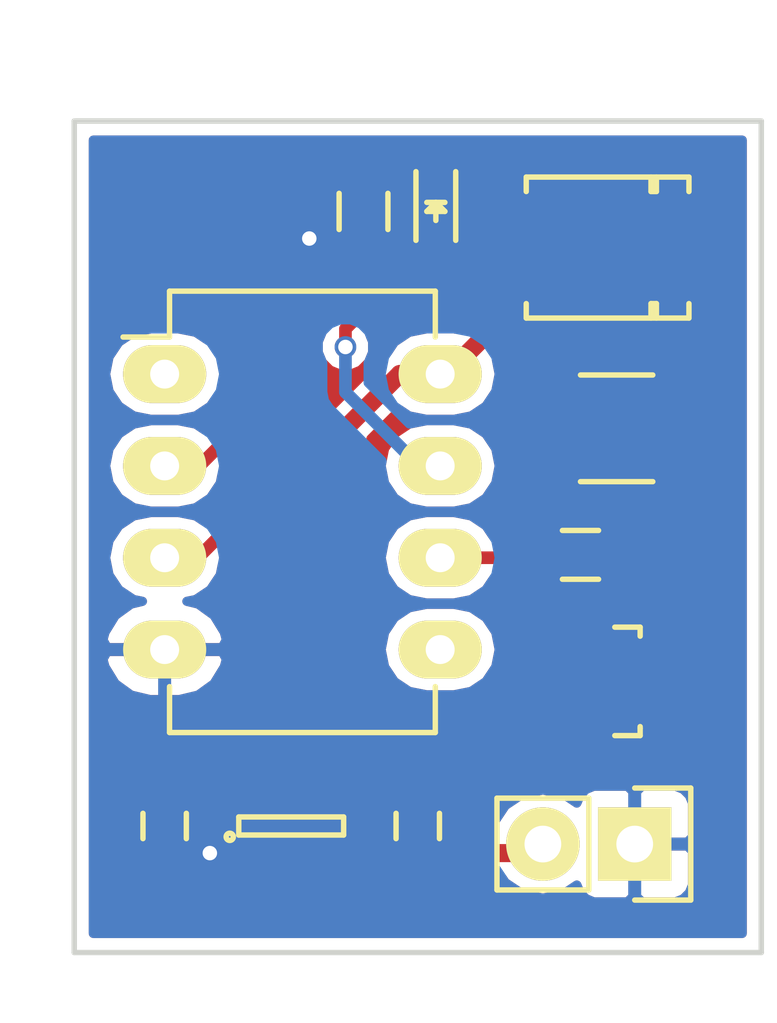
<source format=kicad_pcb>
(kicad_pcb (version 4) (host pcbnew 4.0.1-stable)

  (general
    (links 21)
    (no_connects 0)
    (area 99.924999 99.924999 119.075001 123.075001)
    (thickness 1.6)
    (drawings 4)
    (tracks 68)
    (zones 0)
    (modules 12)
    (nets 15)
  )

  (page A4)
  (layers
    (0 F.Cu signal)
    (31 B.Cu signal)
    (32 B.Adhes user)
    (33 F.Adhes user)
    (34 B.Paste user)
    (35 F.Paste user)
    (36 B.SilkS user)
    (37 F.SilkS user)
    (38 B.Mask user)
    (39 F.Mask user)
    (40 Dwgs.User user)
    (41 Cmts.User user)
    (42 Eco1.User user)
    (43 Eco2.User user)
    (44 Edge.Cuts user)
    (45 Margin user)
    (46 B.CrtYd user)
    (47 F.CrtYd user)
    (48 B.Fab user)
    (49 F.Fab user)
  )

  (setup
    (last_trace_width 0.35)
    (trace_clearance 0.2)
    (zone_clearance 0.325)
    (zone_45_only no)
    (trace_min 0.2)
    (segment_width 0.2)
    (edge_width 0.15)
    (via_size 0.6)
    (via_drill 0.4)
    (via_min_size 0.4)
    (via_min_drill 0.3)
    (uvia_size 0.3)
    (uvia_drill 0.1)
    (uvias_allowed no)
    (uvia_min_size 0.2)
    (uvia_min_drill 0.1)
    (pcb_text_width 0.3)
    (pcb_text_size 1.5 1.5)
    (mod_edge_width 0.15)
    (mod_text_size 1 1)
    (mod_text_width 0.15)
    (pad_size 1.524 1.524)
    (pad_drill 0.762)
    (pad_to_mask_clearance 0.2)
    (aux_axis_origin 0 0)
    (visible_elements 7FFEFFFF)
    (pcbplotparams
      (layerselection 0x00030_80000001)
      (usegerberextensions false)
      (excludeedgelayer true)
      (linewidth 0.100000)
      (plotframeref false)
      (viasonmask false)
      (mode 1)
      (useauxorigin false)
      (hpglpennumber 1)
      (hpglpenspeed 20)
      (hpglpendiameter 15)
      (hpglpenoverlay 2)
      (psnegative false)
      (psa4output false)
      (plotreference true)
      (plotvalue true)
      (plotinvisibletext false)
      (padsonsilk false)
      (subtractmaskfromsilk false)
      (outputformat 1)
      (mirror false)
      (drillshape 1)
      (scaleselection 1)
      (outputdirectory ""))
  )

  (net 0 "")
  (net 1 +5V)
  (net 2 "Net-(D1-Pad1)")
  (net 3 PB2)
  (net 4 PB1)
  (net 5 GND)
  (net 6 "Net-(IC1-Pad3)")
  (net 7 "Net-(IC1-Pad2)")
  (net 8 "Net-(Q1-Pad1)")
  (net 9 "Net-(Q1-Pad3)")
  (net 10 "Net-(C1-Pad1)")
  (net 11 PB0)
  (net 12 PB5)
  (net 13 "Net-(U1-Pad4)")
  (net 14 "Net-(D2-Pad1)")

  (net_class Default "This is the default net class."
    (clearance 0.2)
    (trace_width 0.35)
    (via_dia 0.6)
    (via_drill 0.4)
    (uvia_dia 0.3)
    (uvia_drill 0.1)
    (add_net GND)
    (add_net "Net-(D2-Pad1)")
    (add_net "Net-(IC1-Pad2)")
    (add_net "Net-(IC1-Pad3)")
    (add_net "Net-(Q1-Pad1)")
    (add_net "Net-(U1-Pad4)")
    (add_net PB0)
    (add_net PB1)
    (add_net PB2)
    (add_net PB5)
  )

  (net_class 5v ""
    (clearance 0.2)
    (trace_width 0.5)
    (via_dia 0.6)
    (via_drill 0.4)
    (uvia_dia 0.3)
    (uvia_drill 0.1)
    (add_net +5V)
  )

  (net_class d ""
    (clearance 0.2)
    (trace_width 0.5)
    (via_dia 0.6)
    (via_drill 0.4)
    (uvia_dia 0.3)
    (uvia_drill 0.1)
    (add_net "Net-(C1-Pad1)")
  )

  (net_class e ""
    (clearance 0.2)
    (trace_width 0.5)
    (via_dia 0.6)
    (via_drill 0.4)
    (uvia_dia 0.3)
    (uvia_drill 0.1)
    (add_net "Net-(D1-Pad1)")
    (add_net "Net-(Q1-Pad3)")
  )

  (net_class gndplane ""
    (clearance 0.1)
    (trace_width 0.25)
    (via_dia 0.6)
    (via_drill 0.4)
    (uvia_dia 0.3)
    (uvia_drill 0.1)
  )

  (module TO_SOT_Packages_SMD:SOT-23-5 (layer F.Cu) (tedit 57EF1933) (tstamp 57EF02C0)
    (at 106 119.5 90)
    (descr "5-pin SOT23 package")
    (tags SOT-23-5)
    (path /578DBE15)
    (attr smd)
    (fp_text reference U1 (at -0.05 -2.55 90) (layer F.SilkS) hide
      (effects (font (size 1 1) (thickness 0.15)))
    )
    (fp_text value "5.5v Reg" (at -0.05 2.35 90) (layer F.Fab)
      (effects (font (size 1 1) (thickness 0.15)))
    )
    (fp_line (start -1.8 -1.6) (end 1.8 -1.6) (layer F.CrtYd) (width 0.05))
    (fp_line (start 1.8 -1.6) (end 1.8 1.6) (layer F.CrtYd) (width 0.05))
    (fp_line (start 1.8 1.6) (end -1.8 1.6) (layer F.CrtYd) (width 0.05))
    (fp_line (start -1.8 1.6) (end -1.8 -1.6) (layer F.CrtYd) (width 0.05))
    (fp_circle (center -0.3 -1.7) (end -0.2 -1.7) (layer F.SilkS) (width 0.15))
    (fp_line (start 0.25 -1.45) (end -0.25 -1.45) (layer F.SilkS) (width 0.15))
    (fp_line (start 0.25 1.45) (end 0.25 -1.45) (layer F.SilkS) (width 0.15))
    (fp_line (start -0.25 1.45) (end 0.25 1.45) (layer F.SilkS) (width 0.15))
    (fp_line (start -0.25 -1.45) (end -0.25 1.45) (layer F.SilkS) (width 0.15))
    (pad 1 smd rect (at -1.1 -0.95 90) (size 1.06 0.65) (layers F.Cu F.Paste F.Mask)
      (net 10 "Net-(C1-Pad1)"))
    (pad 2 smd rect (at -1.1 0 90) (size 1.06 0.65) (layers F.Cu F.Paste F.Mask)
      (net 5 GND))
    (pad 3 smd rect (at -1.1 0.95 90) (size 1.06 0.65) (layers F.Cu F.Paste F.Mask)
      (net 10 "Net-(C1-Pad1)"))
    (pad 4 smd rect (at 1.1 0.95 90) (size 1.06 0.65) (layers F.Cu F.Paste F.Mask)
      (net 13 "Net-(U1-Pad4)"))
    (pad 5 smd rect (at 1.1 -0.95 90) (size 1.06 0.65) (layers F.Cu F.Paste F.Mask)
      (net 1 +5V))
    (model TO_SOT_Packages_SMD.3dshapes/SOT-23-5.wrl
      (at (xyz 0 0 0))
      (scale (xyz 1 1 1))
      (rotate (xyz 0 0 0))
    )
  )

  (module Diodes_SMD:DO-214BA (layer F.Cu) (tedit 57EF0F7D) (tstamp 57EF028A)
    (at 114.75 103.5 180)
    (descr "Microsemi LSM115J")
    (tags "DO-214BA diode")
    (path /57767E62)
    (attr smd)
    (fp_text reference D1 (at 0 -3 180) (layer F.SilkS) hide
      (effects (font (size 1 1) (thickness 0.15)))
    )
    (fp_text value LED (at 0 3 180) (layer F.Fab)
      (effects (font (size 1 1) (thickness 0.15)))
    )
    (fp_line (start -3 -2.25) (end 3 -2.25) (layer F.CrtYd) (width 0.05))
    (fp_line (start 3 -2.25) (end 3 2.25) (layer F.CrtYd) (width 0.05))
    (fp_line (start 3 2.25) (end -3 2.25) (layer F.CrtYd) (width 0.05))
    (fp_line (start -3 2.25) (end -3 -2.25) (layer F.CrtYd) (width 0.05))
    (fp_line (start -2.25 -1.95) (end -2.25 -1.55) (layer F.SilkS) (width 0.15))
    (fp_line (start -2.25 1.95) (end -2.25 1.55) (layer F.SilkS) (width 0.15))
    (fp_line (start 2.25 1.95) (end 2.25 1.55) (layer F.SilkS) (width 0.15))
    (fp_line (start 2.25 -1.95) (end 2.25 -1.55) (layer F.SilkS) (width 0.15))
    (fp_line (start -1.35 1.95) (end -1.35 1.55) (layer F.SilkS) (width 0.15))
    (fp_line (start -1.35 1.55) (end -1.2 1.55) (layer F.SilkS) (width 0.15))
    (fp_line (start -1.2 1.55) (end -1.2 1.95) (layer F.SilkS) (width 0.15))
    (fp_line (start -1.35 -1.95) (end -1.35 -1.55) (layer F.SilkS) (width 0.15))
    (fp_line (start -1.35 -1.55) (end -1.2 -1.55) (layer F.SilkS) (width 0.15))
    (fp_line (start -1.2 -1.55) (end -1.2 -1.95) (layer F.SilkS) (width 0.15))
    (fp_line (start -2.25 -1.95) (end 2.25 -1.95) (layer F.SilkS) (width 0.15))
    (fp_line (start 2.25 1.95) (end -2.25 1.95) (layer F.SilkS) (width 0.15))
    (pad 2 smd rect (at 1.7 0 180) (size 2 2.5) (layers F.Cu F.Paste F.Mask)
      (net 1 +5V))
    (pad 1 smd rect (at -1.7 0 180) (size 2 2.5) (layers F.Cu F.Paste F.Mask)
      (net 2 "Net-(D1-Pad1)"))
  )

  (module Housings_DIP:DIP-8_W7.62mm_LongPads (layer F.Cu) (tedit 57EF0F94) (tstamp 57EF0296)
    (at 102.5 107)
    (descr "8-lead dip package, row spacing 7.62 mm (300 mils), longer pads")
    (tags "dil dip 2.54 300")
    (path /57767CFC)
    (fp_text reference IC1 (at 0 -5.22) (layer F.SilkS) hide
      (effects (font (size 1 1) (thickness 0.15)))
    )
    (fp_text value ATTINY85-S (at 0 -3.72) (layer F.Fab)
      (effects (font (size 1 1) (thickness 0.15)))
    )
    (fp_line (start -1.4 -2.45) (end -1.4 10.1) (layer F.CrtYd) (width 0.05))
    (fp_line (start 9 -2.45) (end 9 10.1) (layer F.CrtYd) (width 0.05))
    (fp_line (start -1.4 -2.45) (end 9 -2.45) (layer F.CrtYd) (width 0.05))
    (fp_line (start -1.4 10.1) (end 9 10.1) (layer F.CrtYd) (width 0.05))
    (fp_line (start 0.135 -2.295) (end 0.135 -1.025) (layer F.SilkS) (width 0.15))
    (fp_line (start 7.485 -2.295) (end 7.485 -1.025) (layer F.SilkS) (width 0.15))
    (fp_line (start 7.485 9.915) (end 7.485 8.645) (layer F.SilkS) (width 0.15))
    (fp_line (start 0.135 9.915) (end 0.135 8.645) (layer F.SilkS) (width 0.15))
    (fp_line (start 0.135 -2.295) (end 7.485 -2.295) (layer F.SilkS) (width 0.15))
    (fp_line (start 0.135 9.915) (end 7.485 9.915) (layer F.SilkS) (width 0.15))
    (fp_line (start 0.135 -1.025) (end -1.15 -1.025) (layer F.SilkS) (width 0.15))
    (pad 1 thru_hole oval (at 0 0) (size 2.3 1.6) (drill 0.8) (layers *.Cu *.Mask F.SilkS)
      (net 12 PB5))
    (pad 2 thru_hole oval (at 0 2.54) (size 2.3 1.6) (drill 0.8) (layers *.Cu *.Mask F.SilkS)
      (net 7 "Net-(IC1-Pad2)"))
    (pad 3 thru_hole oval (at 0 5.08) (size 2.3 1.6) (drill 0.8) (layers *.Cu *.Mask F.SilkS)
      (net 6 "Net-(IC1-Pad3)"))
    (pad 4 thru_hole oval (at 0 7.62) (size 2.3 1.6) (drill 0.8) (layers *.Cu *.Mask F.SilkS)
      (net 5 GND))
    (pad 5 thru_hole oval (at 7.62 7.62) (size 2.3 1.6) (drill 0.8) (layers *.Cu *.Mask F.SilkS)
      (net 11 PB0))
    (pad 6 thru_hole oval (at 7.62 5.08) (size 2.3 1.6) (drill 0.8) (layers *.Cu *.Mask F.SilkS)
      (net 4 PB1))
    (pad 7 thru_hole oval (at 7.62 2.54) (size 2.3 1.6) (drill 0.8) (layers *.Cu *.Mask F.SilkS)
      (net 3 PB2))
    (pad 8 thru_hole oval (at 7.62 0) (size 2.3 1.6) (drill 0.8) (layers *.Cu *.Mask F.SilkS)
      (net 1 +5V))
    (model Housings_DIP.3dshapes/DIP-8_W7.62mm_LongPads.wrl
      (at (xyz 0 0 0))
      (scale (xyz 1 1 1))
      (rotate (xyz 0 0 0))
    )
  )

  (module Pin_Headers:Pin_Header_Straight_1x02 (layer F.Cu) (tedit 57EF0F54) (tstamp 57EF029C)
    (at 115.5 120 270)
    (descr "Through hole pin header")
    (tags "pin header")
    (path /5776943D)
    (fp_text reference P1 (at 0 -2.5 270) (layer F.SilkS) hide
      (effects (font (size 1 1) (thickness 0.15)))
    )
    (fp_text value CONN_01X02 (at 0 -3.1 270) (layer F.Fab)
      (effects (font (size 1 1) (thickness 0.15)))
    )
    (fp_line (start 1.27 1.27) (end 1.27 3.81) (layer F.SilkS) (width 0.15))
    (fp_line (start 1.55 -1.55) (end 1.55 0) (layer F.SilkS) (width 0.15))
    (fp_line (start -1.75 -1.75) (end -1.75 4.3) (layer F.CrtYd) (width 0.05))
    (fp_line (start 1.75 -1.75) (end 1.75 4.3) (layer F.CrtYd) (width 0.05))
    (fp_line (start -1.75 -1.75) (end 1.75 -1.75) (layer F.CrtYd) (width 0.05))
    (fp_line (start -1.75 4.3) (end 1.75 4.3) (layer F.CrtYd) (width 0.05))
    (fp_line (start 1.27 1.27) (end -1.27 1.27) (layer F.SilkS) (width 0.15))
    (fp_line (start -1.55 0) (end -1.55 -1.55) (layer F.SilkS) (width 0.15))
    (fp_line (start -1.55 -1.55) (end 1.55 -1.55) (layer F.SilkS) (width 0.15))
    (fp_line (start -1.27 1.27) (end -1.27 3.81) (layer F.SilkS) (width 0.15))
    (fp_line (start -1.27 3.81) (end 1.27 3.81) (layer F.SilkS) (width 0.15))
    (pad 1 thru_hole rect (at 0 0 270) (size 2.032 2.032) (drill 1.016) (layers *.Cu *.Mask F.SilkS)
      (net 5 GND))
    (pad 2 thru_hole oval (at 0 2.54 270) (size 2.032 2.032) (drill 1.016) (layers *.Cu *.Mask F.SilkS)
      (net 10 "Net-(C1-Pad1)"))
    (model Pin_Headers.3dshapes/Pin_Header_Straight_1x02.wrl
      (at (xyz 0 -0.05 0))
      (scale (xyz 1 1 1))
      (rotate (xyz 0 0 90))
    )
  )

  (module TO_SOT_Packages_SMD:SOT-23 (layer F.Cu) (tedit 57EF0F76) (tstamp 57EF02AB)
    (at 115 115.5 270)
    (descr "SOT-23, Standard")
    (tags SOT-23)
    (path /57767F40)
    (attr smd)
    (fp_text reference Q1 (at 0 -2.25 270) (layer F.SilkS) hide
      (effects (font (size 1 1) (thickness 0.15)))
    )
    (fp_text value NMOS (at 0 2.3 270) (layer F.Fab)
      (effects (font (size 1 1) (thickness 0.15)))
    )
    (fp_line (start -1.65 -1.6) (end 1.65 -1.6) (layer F.CrtYd) (width 0.05))
    (fp_line (start 1.65 -1.6) (end 1.65 1.6) (layer F.CrtYd) (width 0.05))
    (fp_line (start 1.65 1.6) (end -1.65 1.6) (layer F.CrtYd) (width 0.05))
    (fp_line (start -1.65 1.6) (end -1.65 -1.6) (layer F.CrtYd) (width 0.05))
    (fp_line (start 1.29916 -0.65024) (end 1.2509 -0.65024) (layer F.SilkS) (width 0.15))
    (fp_line (start -1.49982 0.0508) (end -1.49982 -0.65024) (layer F.SilkS) (width 0.15))
    (fp_line (start -1.49982 -0.65024) (end -1.2509 -0.65024) (layer F.SilkS) (width 0.15))
    (fp_line (start 1.29916 -0.65024) (end 1.49982 -0.65024) (layer F.SilkS) (width 0.15))
    (fp_line (start 1.49982 -0.65024) (end 1.49982 0.0508) (layer F.SilkS) (width 0.15))
    (pad 1 smd rect (at -0.95 1.00076 270) (size 0.8001 0.8001) (layers F.Cu F.Paste F.Mask)
      (net 8 "Net-(Q1-Pad1)"))
    (pad 2 smd rect (at 0.95 1.00076 270) (size 0.8001 0.8001) (layers F.Cu F.Paste F.Mask)
      (net 5 GND))
    (pad 3 smd rect (at 0 -0.99822 270) (size 0.8001 0.8001) (layers F.Cu F.Paste F.Mask)
      (net 9 "Net-(Q1-Pad3)"))
    (model TO_SOT_Packages_SMD.3dshapes/SOT-23.wrl
      (at (xyz 0 0 0))
      (scale (xyz 1 1 1))
      (rotate (xyz 0 0 0))
    )
  )

  (module myResonatorLib:myResonator (layer F.Cu) (tedit 57EF0F8F) (tstamp 57EF02C7)
    (at 104 102.5)
    (path /57768644)
    (fp_text reference X1 (at 3 0) (layer F.SilkS) hide
      (effects (font (size 1 1) (thickness 0.15)))
    )
    (fp_text value CRYSTAL_SMD (at 0 -5) (layer F.Fab)
      (effects (font (size 1 1) (thickness 0.15)))
    )
    (pad 2 smd rect (at 1.2 0) (size 0.4 2) (layers F.Cu F.Paste F.Mask)
      (net 6 "Net-(IC1-Pad3)"))
    (pad 3 smd rect (at 0 0) (size 0.4 2) (layers F.Cu F.Paste F.Mask)
      (net 5 GND))
    (pad 1 smd rect (at -1.2 0) (size 0.4 2) (layers F.Cu F.Paste F.Mask)
      (net 7 "Net-(IC1-Pad2)"))
  )

  (module Resistors_SMD:R_1210 (layer F.Cu) (tedit 57EF0F84) (tstamp 57EF09B1)
    (at 115 108.5)
    (descr "Resistor SMD 1210, reflow soldering, Vishay (see dcrcw.pdf)")
    (tags "resistor 1210")
    (path /57767FD1)
    (attr smd)
    (fp_text reference R2 (at 0 -2.7) (layer F.SilkS) hide
      (effects (font (size 1 1) (thickness 0.15)))
    )
    (fp_text value 100 (at 0 2.7) (layer F.Fab)
      (effects (font (size 1 1) (thickness 0.15)))
    )
    (fp_line (start -2.2 -1.6) (end 2.2 -1.6) (layer F.CrtYd) (width 0.05))
    (fp_line (start -2.2 1.6) (end 2.2 1.6) (layer F.CrtYd) (width 0.05))
    (fp_line (start -2.2 -1.6) (end -2.2 1.6) (layer F.CrtYd) (width 0.05))
    (fp_line (start 2.2 -1.6) (end 2.2 1.6) (layer F.CrtYd) (width 0.05))
    (fp_line (start 1 1.475) (end -1 1.475) (layer F.SilkS) (width 0.15))
    (fp_line (start -1 -1.475) (end 1 -1.475) (layer F.SilkS) (width 0.15))
    (pad 1 smd rect (at -1.45 0) (size 0.9 2.5) (layers F.Cu F.Paste F.Mask)
      (net 2 "Net-(D1-Pad1)"))
    (pad 2 smd rect (at 1.45 0) (size 0.9 2.5) (layers F.Cu F.Paste F.Mask)
      (net 9 "Net-(Q1-Pad3)"))
    (model Resistors_SMD.3dshapes/R_1210.wrl
      (at (xyz 0 0 0))
      (scale (xyz 1 1 1))
      (rotate (xyz 0 0 0))
    )
  )

  (module Capacitors_SMD:C_0603 (layer F.Cu) (tedit 57EF192E) (tstamp 57EF153A)
    (at 109.5 119.5 90)
    (descr "Capacitor SMD 0603, reflow soldering, AVX (see smccp.pdf)")
    (tags "capacitor 0603")
    (path /5776A425)
    (attr smd)
    (fp_text reference C1 (at 0 -1.9 90) (layer F.SilkS) hide
      (effects (font (size 1 1) (thickness 0.15)))
    )
    (fp_text value .1u (at 0 1.9 90) (layer F.Fab)
      (effects (font (size 1 1) (thickness 0.15)))
    )
    (fp_line (start -0.8 0.4) (end -0.8 -0.4) (layer F.Fab) (width 0.15))
    (fp_line (start 0.8 0.4) (end -0.8 0.4) (layer F.Fab) (width 0.15))
    (fp_line (start 0.8 -0.4) (end 0.8 0.4) (layer F.Fab) (width 0.15))
    (fp_line (start -0.8 -0.4) (end 0.8 -0.4) (layer F.Fab) (width 0.15))
    (fp_line (start -1.45 -0.75) (end 1.45 -0.75) (layer F.CrtYd) (width 0.05))
    (fp_line (start -1.45 0.75) (end 1.45 0.75) (layer F.CrtYd) (width 0.05))
    (fp_line (start -1.45 -0.75) (end -1.45 0.75) (layer F.CrtYd) (width 0.05))
    (fp_line (start 1.45 -0.75) (end 1.45 0.75) (layer F.CrtYd) (width 0.05))
    (fp_line (start -0.35 -0.6) (end 0.35 -0.6) (layer F.SilkS) (width 0.15))
    (fp_line (start 0.35 0.6) (end -0.35 0.6) (layer F.SilkS) (width 0.15))
    (pad 1 smd rect (at -0.75 0 90) (size 0.8 0.75) (layers F.Cu F.Paste F.Mask)
      (net 10 "Net-(C1-Pad1)"))
    (pad 2 smd rect (at 0.75 0 90) (size 0.8 0.75) (layers F.Cu F.Paste F.Mask)
      (net 5 GND))
    (model Capacitors_SMD.3dshapes/C_0603.wrl
      (at (xyz 0 0 0))
      (scale (xyz 1 1 1))
      (rotate (xyz 0 0 0))
    )
  )

  (module Capacitors_SMD:C_0603 (layer F.Cu) (tedit 57EF193A) (tstamp 57EF1540)
    (at 102.5 119.5 270)
    (descr "Capacitor SMD 0603, reflow soldering, AVX (see smccp.pdf)")
    (tags "capacitor 0603")
    (path /578DC68D)
    (attr smd)
    (fp_text reference C2 (at 0 -1.9 270) (layer F.SilkS) hide
      (effects (font (size 1 1) (thickness 0.15)))
    )
    (fp_text value .1u (at 0 1.9 270) (layer F.Fab)
      (effects (font (size 1 1) (thickness 0.15)))
    )
    (fp_line (start -0.8 0.4) (end -0.8 -0.4) (layer F.Fab) (width 0.15))
    (fp_line (start 0.8 0.4) (end -0.8 0.4) (layer F.Fab) (width 0.15))
    (fp_line (start 0.8 -0.4) (end 0.8 0.4) (layer F.Fab) (width 0.15))
    (fp_line (start -0.8 -0.4) (end 0.8 -0.4) (layer F.Fab) (width 0.15))
    (fp_line (start -1.45 -0.75) (end 1.45 -0.75) (layer F.CrtYd) (width 0.05))
    (fp_line (start -1.45 0.75) (end 1.45 0.75) (layer F.CrtYd) (width 0.05))
    (fp_line (start -1.45 -0.75) (end -1.45 0.75) (layer F.CrtYd) (width 0.05))
    (fp_line (start 1.45 -0.75) (end 1.45 0.75) (layer F.CrtYd) (width 0.05))
    (fp_line (start -0.35 -0.6) (end 0.35 -0.6) (layer F.SilkS) (width 0.15))
    (fp_line (start 0.35 0.6) (end -0.35 0.6) (layer F.SilkS) (width 0.15))
    (pad 1 smd rect (at -0.75 0 270) (size 0.8 0.75) (layers F.Cu F.Paste F.Mask)
      (net 1 +5V))
    (pad 2 smd rect (at 0.75 0 270) (size 0.8 0.75) (layers F.Cu F.Paste F.Mask)
      (net 5 GND))
    (model Capacitors_SMD.3dshapes/C_0603.wrl
      (at (xyz 0 0 0))
      (scale (xyz 1 1 1))
      (rotate (xyz 0 0 0))
    )
  )

  (module LEDs:LED_0603 (layer F.Cu) (tedit 57EF1911) (tstamp 57EF1546)
    (at 110 102.5 270)
    (descr "LED 0603 smd package")
    (tags "LED led 0603 SMD smd SMT smt smdled SMDLED smtled SMTLED")
    (path /57EF15D7)
    (attr smd)
    (fp_text reference D2 (at 0 -1.5 270) (layer F.SilkS) hide
      (effects (font (size 1 1) (thickness 0.15)))
    )
    (fp_text value LED (at 0 1.5 270) (layer F.Fab)
      (effects (font (size 1 1) (thickness 0.15)))
    )
    (fp_line (start -0.3 -0.2) (end -0.3 0.2) (layer F.Fab) (width 0.15))
    (fp_line (start -0.2 0) (end 0.1 -0.2) (layer F.Fab) (width 0.15))
    (fp_line (start 0.1 0.2) (end -0.2 0) (layer F.Fab) (width 0.15))
    (fp_line (start 0.1 -0.2) (end 0.1 0.2) (layer F.Fab) (width 0.15))
    (fp_line (start 0.8 0.4) (end -0.8 0.4) (layer F.Fab) (width 0.15))
    (fp_line (start 0.8 -0.4) (end 0.8 0.4) (layer F.Fab) (width 0.15))
    (fp_line (start -0.8 -0.4) (end 0.8 -0.4) (layer F.Fab) (width 0.15))
    (fp_line (start -0.8 0.4) (end -0.8 -0.4) (layer F.Fab) (width 0.15))
    (fp_line (start -1.1 0.55) (end 0.8 0.55) (layer F.SilkS) (width 0.15))
    (fp_line (start -1.1 -0.55) (end 0.8 -0.55) (layer F.SilkS) (width 0.15))
    (fp_line (start -0.2 0) (end 0.25 0) (layer F.SilkS) (width 0.15))
    (fp_line (start -0.25 -0.25) (end -0.25 0.25) (layer F.SilkS) (width 0.15))
    (fp_line (start -0.25 0) (end 0 -0.25) (layer F.SilkS) (width 0.15))
    (fp_line (start 0 -0.25) (end 0 0.25) (layer F.SilkS) (width 0.15))
    (fp_line (start 0 0.25) (end -0.25 0) (layer F.SilkS) (width 0.15))
    (fp_line (start 1.4 -0.75) (end 1.4 0.75) (layer F.CrtYd) (width 0.05))
    (fp_line (start 1.4 0.75) (end -1.4 0.75) (layer F.CrtYd) (width 0.05))
    (fp_line (start -1.4 0.75) (end -1.4 -0.75) (layer F.CrtYd) (width 0.05))
    (fp_line (start -1.4 -0.75) (end 1.4 -0.75) (layer F.CrtYd) (width 0.05))
    (pad 2 smd rect (at 0.7493 0 90) (size 0.79756 0.79756) (layers F.Cu F.Paste F.Mask)
      (net 3 PB2))
    (pad 1 smd rect (at -0.7493 0 90) (size 0.79756 0.79756) (layers F.Cu F.Paste F.Mask)
      (net 14 "Net-(D2-Pad1)"))
    (model LEDs.3dshapes/LED_0603.wrl
      (at (xyz 0 0 0))
      (scale (xyz 1 1 1))
      (rotate (xyz 0 0 180))
    )
  )

  (module Resistors_SMD:R_0603 (layer F.Cu) (tedit 57EF1926) (tstamp 57EF154C)
    (at 114 112)
    (descr "Resistor SMD 0603, reflow soldering, Vishay (see dcrcw.pdf)")
    (tags "resistor 0603")
    (path /57768AA8)
    (attr smd)
    (fp_text reference R1 (at 0 -1.9) (layer F.SilkS) hide
      (effects (font (size 1 1) (thickness 0.15)))
    )
    (fp_text value 470 (at 0 1.9) (layer F.Fab)
      (effects (font (size 1 1) (thickness 0.15)))
    )
    (fp_line (start -1.3 -0.8) (end 1.3 -0.8) (layer F.CrtYd) (width 0.05))
    (fp_line (start -1.3 0.8) (end 1.3 0.8) (layer F.CrtYd) (width 0.05))
    (fp_line (start -1.3 -0.8) (end -1.3 0.8) (layer F.CrtYd) (width 0.05))
    (fp_line (start 1.3 -0.8) (end 1.3 0.8) (layer F.CrtYd) (width 0.05))
    (fp_line (start 0.5 0.675) (end -0.5 0.675) (layer F.SilkS) (width 0.15))
    (fp_line (start -0.5 -0.675) (end 0.5 -0.675) (layer F.SilkS) (width 0.15))
    (pad 1 smd rect (at -0.75 0) (size 0.5 0.9) (layers F.Cu F.Paste F.Mask)
      (net 4 PB1))
    (pad 2 smd rect (at 0.75 0) (size 0.5 0.9) (layers F.Cu F.Paste F.Mask)
      (net 8 "Net-(Q1-Pad1)"))
    (model Resistors_SMD.3dshapes/R_0603.wrl
      (at (xyz 0 0 0))
      (scale (xyz 1 1 1))
      (rotate (xyz 0 0 0))
    )
  )

  (module Resistors_SMD:R_0603 (layer F.Cu) (tedit 57EF1917) (tstamp 57EF1552)
    (at 108 102.5 270)
    (descr "Resistor SMD 0603, reflow soldering, Vishay (see dcrcw.pdf)")
    (tags "resistor 0603")
    (path /57EF17AB)
    (attr smd)
    (fp_text reference R3 (at 0 -1.9 270) (layer F.SilkS) hide
      (effects (font (size 1 1) (thickness 0.15)))
    )
    (fp_text value 470 (at 0 1.9 270) (layer F.Fab)
      (effects (font (size 1 1) (thickness 0.15)))
    )
    (fp_line (start -1.3 -0.8) (end 1.3 -0.8) (layer F.CrtYd) (width 0.05))
    (fp_line (start -1.3 0.8) (end 1.3 0.8) (layer F.CrtYd) (width 0.05))
    (fp_line (start -1.3 -0.8) (end -1.3 0.8) (layer F.CrtYd) (width 0.05))
    (fp_line (start 1.3 -0.8) (end 1.3 0.8) (layer F.CrtYd) (width 0.05))
    (fp_line (start 0.5 0.675) (end -0.5 0.675) (layer F.SilkS) (width 0.15))
    (fp_line (start -0.5 -0.675) (end 0.5 -0.675) (layer F.SilkS) (width 0.15))
    (pad 1 smd rect (at -0.75 0 270) (size 0.5 0.9) (layers F.Cu F.Paste F.Mask)
      (net 14 "Net-(D2-Pad1)"))
    (pad 2 smd rect (at 0.75 0 270) (size 0.5 0.9) (layers F.Cu F.Paste F.Mask)
      (net 5 GND))
    (model Resistors_SMD.3dshapes/R_0603.wrl
      (at (xyz 0 0 0))
      (scale (xyz 1 1 1))
      (rotate (xyz 0 0 0))
    )
  )

  (gr_line (start 119 123) (end 100 123) (angle 90) (layer Edge.Cuts) (width 0.15))
  (gr_line (start 119 100) (end 100 100) (angle 90) (layer Edge.Cuts) (width 0.15))
  (gr_line (start 119 100) (end 119 123) (angle 90) (layer Edge.Cuts) (width 0.15))
  (gr_line (start 100 123) (end 100 100) (angle 90) (layer Edge.Cuts) (width 0.15))

  (segment (start 110.12 107) (end 110.3 107) (width 0.5) (layer F.Cu) (net 1) (status 30))
  (segment (start 110.3 107) (end 113.3 104) (width 0.5) (layer F.Cu) (net 1) (tstamp 57EF1744) (status 30))
  (segment (start 102.5 118.75) (end 102.75 118.75) (width 0.5) (layer F.Cu) (net 1) (status 30))
  (segment (start 102.75 118.75) (end 103.1 118.4) (width 0.5) (layer F.Cu) (net 1) (tstamp 57EF15B2) (status 10))
  (segment (start 103.1 118.4) (end 105.05 118.4) (width 0.5) (layer F.Cu) (net 1) (tstamp 57EF15B3) (status 20))
  (segment (start 105.05 118.4) (end 105.05 117.45) (width 0.5) (layer F.Cu) (net 1) (status 10))
  (segment (start 107.5 108.5) (end 109 107) (width 0.5) (layer F.Cu) (net 1) (tstamp 57EF11B0) (status 20))
  (segment (start 107.5 115) (end 107.5 108.5) (width 0.5) (layer F.Cu) (net 1) (tstamp 57EF11AC))
  (segment (start 105.05 117.45) (end 107.5 115) (width 0.5) (layer F.Cu) (net 1) (tstamp 57EF11A6))
  (segment (start 109 107) (end 110.12 107) (width 0.5) (layer F.Cu) (net 1) (tstamp 57EF11B3) (status 30))
  (segment (start 109 107) (end 110.12 107) (width 0.5) (layer F.Cu) (net 1) (tstamp 57EF10A6) (status 30))
  (segment (start 113.3 104) (end 113.12 104) (width 0.5) (layer F.Cu) (net 1) (status 30))
  (segment (start 110.12 107) (end 109 107) (width 0.5) (layer F.Cu) (net 1) (status 30))
  (segment (start 113.55 108.5) (end 113.55 106.95) (width 0.5) (layer F.Cu) (net 2))
  (segment (start 116.45 105.3) (end 116.45 103.5) (width 0.5) (layer F.Cu) (net 2) (tstamp 57EF1E46))
  (segment (start 115.75 106) (end 116.45 105.3) (width 0.5) (layer F.Cu) (net 2) (tstamp 57EF1E45))
  (segment (start 114.5 106) (end 115.75 106) (width 0.5) (layer F.Cu) (net 2) (tstamp 57EF1E44))
  (segment (start 113.55 106.95) (end 114.5 106) (width 0.5) (layer F.Cu) (net 2) (tstamp 57EF1E41))
  (segment (start 113.55 108.5) (end 113.55 107.95) (width 0.75) (layer F.Cu) (net 2) (status 30))
  (segment (start 107.5 106.25) (end 107.5 105.75) (width 0.35) (layer F.Cu) (net 3))
  (segment (start 110 103.2493) (end 110 104) (width 0.35) (layer F.Cu) (net 3) (tstamp 57EF15BD) (status 20))
  (segment (start 109.25 104.75) (end 110 104) (width 0.35) (layer F.Cu) (net 3) (tstamp 57EF15BC))
  (segment (start 108.5 104.75) (end 109.25 104.75) (width 0.35) (layer F.Cu) (net 3) (tstamp 57EF15BB))
  (via (at 107.5 106.25) (size 0.6) (drill 0.4) (layers F.Cu B.Cu) (net 3))
  (segment (start 107.5 107.5) (end 107.5 106.25) (width 0.35) (layer B.Cu) (net 3) (tstamp 57EF15B6))
  (segment (start 107.5 107.5) (end 109.54 109.54) (width 0.35) (layer B.Cu) (net 3) (tstamp 57EF15B5) (status 10))
  (segment (start 108.5 104.75) (end 108.5 104.75) (width 0.35) (layer F.Cu) (net 3) (tstamp 57EF1E7B))
  (segment (start 107.5 105.75) (end 108.5 104.75) (width 0.35) (layer F.Cu) (net 3) (tstamp 57EF1E79))
  (segment (start 110.12 109.54) (end 109.54 109.54) (width 0.35) (layer B.Cu) (net 3) (status 30))
  (segment (start 110.12 112.08) (end 113.17 112.08) (width 0.35) (layer F.Cu) (net 4))
  (segment (start 113.17 112.08) (end 113.25 112) (width 0.35) (layer F.Cu) (net 4) (tstamp 57EF1D84))
  (segment (start 110.12 112.08) (end 111.08 112.08) (width 0.35) (layer F.Cu) (net 4) (status 30))
  (segment (start 110.12 112.08) (end 110.58 112.08) (width 0.35) (layer F.Cu) (net 4) (status 30))
  (segment (start 102.5 120.25) (end 103.75 120.25) (width 0.35) (layer B.Cu) (net 5))
  (via (at 103.75 120.25) (size 0.6) (drill 0.4) (layers F.Cu B.Cu) (net 5))
  (segment (start 108 103.25) (end 106.5 103.25) (width 0.35) (layer F.Cu) (net 5) (status 400000))
  (via (at 106.5 103.25) (size 0.6) (drill 0.4) (layers F.Cu B.Cu) (net 5))
  (segment (start 105.2 102.5) (end 105.2 104.7) (width 0.35) (layer F.Cu) (net 6) (status 10))
  (segment (start 106 109.5) (end 103.42 112.08) (width 0.35) (layer F.Cu) (net 6) (tstamp 57EF15D1) (status 20))
  (segment (start 106 105.5) (end 106 109.5) (width 0.35) (layer F.Cu) (net 6) (tstamp 57EF15CA))
  (segment (start 105.2 104.7) (end 106 105.5) (width 0.35) (layer F.Cu) (net 6) (tstamp 57EF15C8))
  (segment (start 103.42 112.08) (end 102.5 112.08) (width 0.35) (layer F.Cu) (net 6) (tstamp 57EF15D2) (status 30))
  (segment (start 102.8 102.5) (end 102.8 104.3) (width 0.35) (layer F.Cu) (net 7) (status 10))
  (segment (start 104.5 108.5) (end 103.46 109.54) (width 0.35) (layer F.Cu) (net 7) (tstamp 57EF15C5) (status 20))
  (segment (start 104.5 106) (end 104.5 108.5) (width 0.35) (layer F.Cu) (net 7) (tstamp 57EF15C4))
  (segment (start 102.8 104.3) (end 104.5 106) (width 0.35) (layer F.Cu) (net 7) (tstamp 57EF15C3))
  (segment (start 103.46 109.54) (end 102.5 109.54) (width 0.35) (layer F.Cu) (net 7) (tstamp 57EF15C6) (status 30))
  (segment (start 114.75 112) (end 114.75 113) (width 0.35) (layer F.Cu) (net 8))
  (segment (start 113.99924 113.75076) (end 113.99924 114.55) (width 0.35) (layer F.Cu) (net 8) (tstamp 57EF1E0E))
  (segment (start 114.75 113) (end 113.99924 113.75076) (width 0.35) (layer F.Cu) (net 8) (tstamp 57EF1E0C))
  (segment (start 116.45 108.5) (end 116.45 115.04822) (width 0.5) (layer F.Cu) (net 9))
  (segment (start 116.45 115.04822) (end 115.99822 115.5) (width 0.5) (layer F.Cu) (net 9) (tstamp 57EF1E13))
  (segment (start 116.49822 108.54822) (end 116.45 108.5) (width 0.5) (layer F.Cu) (net 9) (tstamp 57EF1DDE))
  (segment (start 109.5 120.25) (end 109 120.25) (width 0.5) (layer F.Cu) (net 10) (status 400000))
  (segment (start 108.25 120.5) (end 107.05 120.5) (width 0.5) (layer F.Cu) (net 10) (tstamp 57EF1F32) (status 800000))
  (segment (start 108.5 120.25) (end 108.25 120.5) (width 0.5) (layer F.Cu) (net 10) (tstamp 57EF1F31))
  (segment (start 109 120.25) (end 108.5 120.25) (width 0.5) (layer F.Cu) (net 10) (tstamp 57EF1F2F))
  (segment (start 107.05 120.5) (end 106.95 120.6) (width 0.5) (layer F.Cu) (net 10) (tstamp 57EF1F34) (status C00000))
  (segment (start 109.5 120.25) (end 112.71 120.25) (width 0.5) (layer F.Cu) (net 10) (status C00000))
  (segment (start 112.71 120.25) (end 112.96 120) (width 0.5) (layer F.Cu) (net 10) (tstamp 57EF1F12) (status C00000))
  (segment (start 106.95 120.55) (end 106.95 120.6) (width 0.5) (layer F.Cu) (net 10) (tstamp 57EF1197) (status 30))
  (segment (start 105.05 120.6) (end 105.05 119.95) (width 0.5) (layer F.Cu) (net 10) (status 10))
  (segment (start 105.05 119.95) (end 105.5 119.5) (width 0.5) (layer F.Cu) (net 10) (tstamp 57EF118B))
  (segment (start 105.5 119.5) (end 106.5 119.5) (width 0.5) (layer F.Cu) (net 10) (tstamp 57EF118C))
  (segment (start 106.5 119.5) (end 106.95 119.95) (width 0.5) (layer F.Cu) (net 10) (tstamp 57EF118D))
  (segment (start 106.95 119.95) (end 106.95 120.6) (width 0.5) (layer F.Cu) (net 10) (tstamp 57EF118E) (status 20))
  (segment (start 110 101.7507) (end 108.0007 101.7507) (width 0.35) (layer F.Cu) (net 14) (status 30))
  (segment (start 108.0007 101.7507) (end 108 101.75) (width 0.35) (layer F.Cu) (net 14) (tstamp 57EF15BF) (status 30))

  (zone (net 5) (net_name GND) (layer F.Cu) (tstamp 57EF18C8) (hatch edge 0.508)
    (connect_pads (clearance 0.325))
    (min_thickness 0.254)
    (fill yes (arc_segments 16) (thermal_gap 0.458) (thermal_bridge_width 0.358))
    (polygon
      (pts
        (xy 100 100) (xy 119 100) (xy 119 123) (xy 100 123)
      )
    )
    (filled_polygon
      (pts
        (xy 118.473 122.473) (xy 100.527 122.473) (xy 100.527 120.44825) (xy 101.54 120.44825) (xy 101.54 120.766364)
        (xy 101.629061 120.981376) (xy 101.793624 121.145939) (xy 102.008637 121.235) (xy 102.30175 121.235) (xy 102.448 121.08875)
        (xy 102.448 120.302) (xy 102.552 120.302) (xy 102.552 121.08875) (xy 102.69825 121.235) (xy 102.991363 121.235)
        (xy 103.206376 121.145939) (xy 103.370939 120.981376) (xy 103.46 120.766364) (xy 103.46 120.44825) (xy 103.31375 120.302)
        (xy 102.552 120.302) (xy 102.448 120.302) (xy 101.68625 120.302) (xy 101.54 120.44825) (xy 100.527 120.44825)
        (xy 100.527 119.733636) (xy 101.54 119.733636) (xy 101.54 120.05175) (xy 101.68625 120.198) (xy 102.448 120.198)
        (xy 102.448 120.178) (xy 102.552 120.178) (xy 102.552 120.198) (xy 103.31375 120.198) (xy 103.46 120.05175)
        (xy 103.46 119.733636) (xy 103.370939 119.518624) (xy 103.251675 119.39936) (xy 103.299546 119.329298) (xy 103.334097 119.158681)
        (xy 103.390778 119.102) (xy 104.298557 119.102) (xy 104.394656 119.251341) (xy 104.545702 119.354546) (xy 104.634661 119.372561)
        (xy 104.553611 119.453611) (xy 104.401437 119.681356) (xy 104.384165 119.768186) (xy 104.300454 119.890702) (xy 104.264145 120.07)
        (xy 104.264145 121.13) (xy 104.295662 121.297501) (xy 104.394656 121.451341) (xy 104.545702 121.554546) (xy 104.725 121.590855)
        (xy 105.30854 121.590855) (xy 105.343624 121.625939) (xy 105.558637 121.715) (xy 105.80175 121.715) (xy 105.948 121.56875)
        (xy 105.948 120.652) (xy 105.928 120.652) (xy 105.928 120.548) (xy 105.948 120.548) (xy 105.948 120.528)
        (xy 106.052 120.528) (xy 106.052 120.548) (xy 106.072 120.548) (xy 106.072 120.652) (xy 106.052 120.652)
        (xy 106.052 121.56875) (xy 106.19825 121.715) (xy 106.441363 121.715) (xy 106.656376 121.625939) (xy 106.69146 121.590855)
        (xy 107.275 121.590855) (xy 107.442501 121.559338) (xy 107.596341 121.460344) (xy 107.699546 121.309298) (xy 107.721275 121.202)
        (xy 108.25 121.202) (xy 108.518644 121.148563) (xy 108.746389 120.996389) (xy 108.785565 120.957213) (xy 108.794656 120.971341)
        (xy 108.945702 121.074546) (xy 109.125 121.110855) (xy 109.875 121.110855) (xy 110.042501 121.079338) (xy 110.196341 120.980344)
        (xy 110.215708 120.952) (xy 111.845265 120.952) (xy 111.921967 121.066793) (xy 112.398221 121.385015) (xy 112.96 121.49676)
        (xy 113.521779 121.385015) (xy 113.899195 121.132834) (xy 113.988061 121.347376) (xy 114.152624 121.511939) (xy 114.367637 121.601)
        (xy 115.30175 121.601) (xy 115.448 121.45475) (xy 115.448 120.052) (xy 115.552 120.052) (xy 115.552 121.45475)
        (xy 115.69825 121.601) (xy 116.632363 121.601) (xy 116.847376 121.511939) (xy 117.011939 121.347376) (xy 117.101 121.132364)
        (xy 117.101 120.19825) (xy 116.95475 120.052) (xy 115.552 120.052) (xy 115.448 120.052) (xy 115.428 120.052)
        (xy 115.428 119.948) (xy 115.448 119.948) (xy 115.448 118.54525) (xy 115.552 118.54525) (xy 115.552 119.948)
        (xy 116.95475 119.948) (xy 117.101 119.80175) (xy 117.101 118.867636) (xy 117.011939 118.652624) (xy 116.847376 118.488061)
        (xy 116.632363 118.399) (xy 115.69825 118.399) (xy 115.552 118.54525) (xy 115.448 118.54525) (xy 115.30175 118.399)
        (xy 114.367637 118.399) (xy 114.152624 118.488061) (xy 113.988061 118.652624) (xy 113.899195 118.867166) (xy 113.521779 118.614985)
        (xy 112.96 118.50324) (xy 112.398221 118.614985) (xy 111.921967 118.933207) (xy 111.603745 119.409461) (xy 111.576188 119.548)
        (xy 110.304315 119.548) (xy 110.370939 119.481376) (xy 110.46 119.266364) (xy 110.46 118.94825) (xy 110.31375 118.802)
        (xy 109.552 118.802) (xy 109.552 118.822) (xy 109.448 118.822) (xy 109.448 118.802) (xy 108.68625 118.802)
        (xy 108.54 118.94825) (xy 108.54 119.266364) (xy 108.629061 119.481376) (xy 108.695685 119.548) (xy 108.5 119.548)
        (xy 108.231356 119.601437) (xy 108.003611 119.753611) (xy 107.959222 119.798) (xy 107.637094 119.798) (xy 107.614906 119.763519)
        (xy 107.598563 119.681356) (xy 107.446389 119.453611) (xy 107.36643 119.373652) (xy 107.442501 119.359338) (xy 107.596341 119.260344)
        (xy 107.699546 119.109298) (xy 107.735855 118.93) (xy 107.735855 118.233636) (xy 108.54 118.233636) (xy 108.54 118.55175)
        (xy 108.68625 118.698) (xy 109.448 118.698) (xy 109.448 117.91125) (xy 109.552 117.91125) (xy 109.552 118.698)
        (xy 110.31375 118.698) (xy 110.46 118.55175) (xy 110.46 118.233636) (xy 110.370939 118.018624) (xy 110.206376 117.854061)
        (xy 109.991363 117.765) (xy 109.69825 117.765) (xy 109.552 117.91125) (xy 109.448 117.91125) (xy 109.30175 117.765)
        (xy 109.008637 117.765) (xy 108.793624 117.854061) (xy 108.629061 118.018624) (xy 108.54 118.233636) (xy 107.735855 118.233636)
        (xy 107.735855 117.87) (xy 107.704338 117.702499) (xy 107.605344 117.548659) (xy 107.454298 117.445454) (xy 107.275 117.409145)
        (xy 106.625 117.409145) (xy 106.457499 117.440662) (xy 106.303659 117.539656) (xy 106.200454 117.690702) (xy 106.164145 117.87)
        (xy 106.164145 118.798) (xy 105.835855 118.798) (xy 105.835855 117.87) (xy 105.804338 117.702499) (xy 105.798833 117.693945)
        (xy 106.844528 116.64825) (xy 113.01419 116.64825) (xy 113.01419 116.966414) (xy 113.103251 117.181426) (xy 113.267814 117.345989)
        (xy 113.482827 117.43505) (xy 113.80099 117.43505) (xy 113.94724 117.2888) (xy 113.94724 116.502) (xy 114.05124 116.502)
        (xy 114.05124 117.2888) (xy 114.19749 117.43505) (xy 114.515653 117.43505) (xy 114.730666 117.345989) (xy 114.895229 117.181426)
        (xy 114.98429 116.966414) (xy 114.98429 116.64825) (xy 114.83804 116.502) (xy 114.05124 116.502) (xy 113.94724 116.502)
        (xy 113.16044 116.502) (xy 113.01419 116.64825) (xy 106.844528 116.64825) (xy 107.559192 115.933586) (xy 113.01419 115.933586)
        (xy 113.01419 116.25175) (xy 113.16044 116.398) (xy 113.94724 116.398) (xy 113.94724 115.6112) (xy 114.05124 115.6112)
        (xy 114.05124 116.398) (xy 114.83804 116.398) (xy 114.98429 116.25175) (xy 114.98429 115.933586) (xy 114.895229 115.718574)
        (xy 114.730666 115.554011) (xy 114.515653 115.46495) (xy 114.19749 115.46495) (xy 114.05124 115.6112) (xy 113.94724 115.6112)
        (xy 113.80099 115.46495) (xy 113.482827 115.46495) (xy 113.267814 115.554011) (xy 113.103251 115.718574) (xy 113.01419 115.933586)
        (xy 107.559192 115.933586) (xy 107.996389 115.496389) (xy 108.116343 115.316864) (xy 108.148563 115.268644) (xy 108.202 115)
        (xy 108.202 114.62) (xy 108.486615 114.62) (xy 108.581918 115.09912) (xy 108.853317 115.505298) (xy 109.259495 115.776697)
        (xy 109.738615 115.872) (xy 110.501385 115.872) (xy 110.980505 115.776697) (xy 111.386683 115.505298) (xy 111.658082 115.09912)
        (xy 111.753385 114.62) (xy 111.659887 114.14995) (xy 113.138335 114.14995) (xy 113.138335 114.95005) (xy 113.169852 115.117551)
        (xy 113.268846 115.271391) (xy 113.419892 115.374596) (xy 113.59919 115.410905) (xy 114.39929 115.410905) (xy 114.566791 115.379388)
        (xy 114.720631 115.280394) (xy 114.823836 115.129348) (xy 114.829789 115.09995) (xy 115.137315 115.09995) (xy 115.137315 115.90005)
        (xy 115.168832 116.067551) (xy 115.267826 116.221391) (xy 115.418872 116.324596) (xy 115.59817 116.360905) (xy 116.39827 116.360905)
        (xy 116.565771 116.329388) (xy 116.719611 116.230394) (xy 116.822816 116.079348) (xy 116.859125 115.90005) (xy 116.859125 115.631873)
        (xy 116.946389 115.544609) (xy 117.098563 115.316864) (xy 117.152 115.04822) (xy 117.152 110.124964) (xy 117.221341 110.080344)
        (xy 117.324546 109.929298) (xy 117.360855 109.75) (xy 117.360855 107.25) (xy 117.329338 107.082499) (xy 117.230344 106.928659)
        (xy 117.079298 106.825454) (xy 116.9 106.789145) (xy 116 106.789145) (xy 115.832499 106.820662) (xy 115.678659 106.919656)
        (xy 115.575454 107.070702) (xy 115.539145 107.25) (xy 115.539145 109.75) (xy 115.570662 109.917501) (xy 115.669656 110.071341)
        (xy 115.748 110.124871) (xy 115.748 114.639095) (xy 115.59817 114.639095) (xy 115.430669 114.670612) (xy 115.276829 114.769606)
        (xy 115.173624 114.920652) (xy 115.137315 115.09995) (xy 114.829789 115.09995) (xy 114.860145 114.95005) (xy 114.860145 114.14995)
        (xy 114.828628 113.982449) (xy 114.760358 113.876354) (xy 115.193356 113.443356) (xy 115.329273 113.239942) (xy 115.377 113)
        (xy 115.377 112.698884) (xy 115.424546 112.629298) (xy 115.460855 112.45) (xy 115.460855 111.55) (xy 115.429338 111.382499)
        (xy 115.330344 111.228659) (xy 115.179298 111.125454) (xy 115 111.089145) (xy 114.5 111.089145) (xy 114.332499 111.120662)
        (xy 114.178659 111.219656) (xy 114.075454 111.370702) (xy 114.039145 111.55) (xy 114.039145 112.45) (xy 114.070662 112.617501)
        (xy 114.123 112.698836) (xy 114.123 112.740288) (xy 113.555884 113.307404) (xy 113.419968 113.510817) (xy 113.37224 113.75076)
        (xy 113.37224 113.758867) (xy 113.277849 113.819606) (xy 113.174644 113.970652) (xy 113.138335 114.14995) (xy 111.659887 114.14995)
        (xy 111.658082 114.14088) (xy 111.386683 113.734702) (xy 110.980505 113.463303) (xy 110.501385 113.368) (xy 109.738615 113.368)
        (xy 109.259495 113.463303) (xy 108.853317 113.734702) (xy 108.581918 114.14088) (xy 108.486615 114.62) (xy 108.202 114.62)
        (xy 108.202 112.08) (xy 108.486615 112.08) (xy 108.581918 112.55912) (xy 108.853317 112.965298) (xy 109.259495 113.236697)
        (xy 109.738615 113.332) (xy 110.501385 113.332) (xy 110.980505 113.236697) (xy 111.386683 112.965298) (xy 111.559272 112.707)
        (xy 112.628253 112.707) (xy 112.669656 112.771341) (xy 112.820702 112.874546) (xy 113 112.910855) (xy 113.5 112.910855)
        (xy 113.667501 112.879338) (xy 113.821341 112.780344) (xy 113.924546 112.629298) (xy 113.960855 112.45) (xy 113.960855 111.55)
        (xy 113.929338 111.382499) (xy 113.830344 111.228659) (xy 113.679298 111.125454) (xy 113.5 111.089145) (xy 113 111.089145)
        (xy 112.832499 111.120662) (xy 112.678659 111.219656) (xy 112.575454 111.370702) (xy 112.558788 111.453) (xy 111.559272 111.453)
        (xy 111.386683 111.194702) (xy 110.980505 110.923303) (xy 110.501385 110.828) (xy 109.738615 110.828) (xy 109.259495 110.923303)
        (xy 108.853317 111.194702) (xy 108.581918 111.60088) (xy 108.486615 112.08) (xy 108.202 112.08) (xy 108.202 109.54)
        (xy 108.486615 109.54) (xy 108.581918 110.01912) (xy 108.853317 110.425298) (xy 109.259495 110.696697) (xy 109.738615 110.792)
        (xy 110.501385 110.792) (xy 110.980505 110.696697) (xy 111.386683 110.425298) (xy 111.658082 110.01912) (xy 111.753385 109.54)
        (xy 111.658082 109.06088) (xy 111.386683 108.654702) (xy 110.980505 108.383303) (xy 110.501385 108.288) (xy 109.738615 108.288)
        (xy 109.259495 108.383303) (xy 108.853317 108.654702) (xy 108.581918 109.06088) (xy 108.486615 109.54) (xy 108.202 109.54)
        (xy 108.202 108.790778) (xy 109.005677 107.987101) (xy 109.259495 108.156697) (xy 109.738615 108.252) (xy 110.501385 108.252)
        (xy 110.980505 108.156697) (xy 111.386683 107.885298) (xy 111.658082 107.47912) (xy 111.703656 107.25) (xy 112.639145 107.25)
        (xy 112.639145 109.75) (xy 112.670662 109.917501) (xy 112.769656 110.071341) (xy 112.920702 110.174546) (xy 113.1 110.210855)
        (xy 114 110.210855) (xy 114.167501 110.179338) (xy 114.321341 110.080344) (xy 114.424546 109.929298) (xy 114.460855 109.75)
        (xy 114.460855 107.25) (xy 114.429338 107.082499) (xy 114.421876 107.070902) (xy 114.790778 106.702) (xy 115.75 106.702)
        (xy 116.018644 106.648563) (xy 116.246389 106.496389) (xy 116.946389 105.796389) (xy 117.098563 105.568644) (xy 117.152 105.3)
        (xy 117.152 105.210855) (xy 117.45 105.210855) (xy 117.617501 105.179338) (xy 117.771341 105.080344) (xy 117.874546 104.929298)
        (xy 117.910855 104.75) (xy 117.910855 102.25) (xy 117.879338 102.082499) (xy 117.780344 101.928659) (xy 117.629298 101.825454)
        (xy 117.45 101.789145) (xy 115.45 101.789145) (xy 115.282499 101.820662) (xy 115.128659 101.919656) (xy 115.025454 102.070702)
        (xy 114.989145 102.25) (xy 114.989145 104.75) (xy 115.020662 104.917501) (xy 115.119656 105.071341) (xy 115.270702 105.174546)
        (xy 115.45 105.210855) (xy 115.546367 105.210855) (xy 115.459222 105.298) (xy 114.5 105.298) (xy 114.231356 105.351437)
        (xy 114.012205 105.497869) (xy 114.003611 105.503611) (xy 113.053611 106.453611) (xy 112.901437 106.681356) (xy 112.8651 106.864032)
        (xy 112.778659 106.919656) (xy 112.675454 107.070702) (xy 112.639145 107.25) (xy 111.703656 107.25) (xy 111.753385 107)
        (xy 111.676965 106.615813) (xy 113.081923 105.210855) (xy 114.05 105.210855) (xy 114.217501 105.179338) (xy 114.371341 105.080344)
        (xy 114.474546 104.929298) (xy 114.510855 104.75) (xy 114.510855 102.25) (xy 114.479338 102.082499) (xy 114.380344 101.928659)
        (xy 114.229298 101.825454) (xy 114.05 101.789145) (xy 112.05 101.789145) (xy 111.882499 101.820662) (xy 111.728659 101.919656)
        (xy 111.625454 102.070702) (xy 111.589145 102.25) (xy 111.589145 104.718077) (xy 110.549626 105.757596) (xy 110.501385 105.748)
        (xy 109.738615 105.748) (xy 109.259495 105.843303) (xy 108.853317 106.114702) (xy 108.665922 106.395158) (xy 108.503611 106.503611)
        (xy 107.003611 108.003611) (xy 106.851437 108.231356) (xy 106.798 108.5) (xy 106.798 114.709222) (xy 104.553611 116.953611)
        (xy 104.401437 117.181356) (xy 104.348 117.45) (xy 104.348 117.621116) (xy 104.300454 117.690702) (xy 104.298976 117.698)
        (xy 103.1 117.698) (xy 102.831356 117.751437) (xy 102.677768 117.854061) (xy 102.625261 117.889145) (xy 102.125 117.889145)
        (xy 101.957499 117.920662) (xy 101.803659 118.019656) (xy 101.700454 118.170702) (xy 101.664145 118.35) (xy 101.664145 119.15)
        (xy 101.695662 119.317501) (xy 101.748332 119.399353) (xy 101.629061 119.518624) (xy 101.54 119.733636) (xy 100.527 119.733636)
        (xy 100.527 114.887869) (xy 100.791151 114.887869) (xy 100.850527 115.101976) (xy 101.133888 115.562574) (xy 101.571942 115.879674)
        (xy 102.098 116.005) (xy 102.448 116.005) (xy 102.448 114.672) (xy 102.552 114.672) (xy 102.552 116.005)
        (xy 102.902 116.005) (xy 103.428058 115.879674) (xy 103.866112 115.562574) (xy 104.149473 115.101976) (xy 104.208849 114.887869)
        (xy 104.087658 114.672) (xy 102.552 114.672) (xy 102.448 114.672) (xy 100.912342 114.672) (xy 100.791151 114.887869)
        (xy 100.527 114.887869) (xy 100.527 114.352131) (xy 100.791151 114.352131) (xy 100.912342 114.568) (xy 102.448 114.568)
        (xy 102.448 114.548) (xy 102.552 114.548) (xy 102.552 114.568) (xy 104.087658 114.568) (xy 104.208849 114.352131)
        (xy 104.149473 114.138024) (xy 103.866112 113.677426) (xy 103.428058 113.360326) (xy 103.114512 113.285628) (xy 103.360505 113.236697)
        (xy 103.766683 112.965298) (xy 104.038082 112.55912) (xy 104.090347 112.296365) (xy 106.443356 109.943356) (xy 106.460632 109.917501)
        (xy 106.579272 109.739943) (xy 106.627 109.5) (xy 106.627 106.398926) (xy 106.747869 106.398926) (xy 106.862113 106.675418)
        (xy 107.07347 106.887143) (xy 107.349762 107.00187) (xy 107.648926 107.002131) (xy 107.925418 106.887887) (xy 108.137143 106.67653)
        (xy 108.25187 106.400238) (xy 108.252131 106.101074) (xy 108.188832 105.94788) (xy 108.759712 105.377) (xy 109.25 105.377)
        (xy 109.489943 105.329272) (xy 109.693356 105.193356) (xy 110.443356 104.443356) (xy 110.579272 104.239943) (xy 110.618253 104.043975)
        (xy 110.720121 103.978424) (xy 110.823326 103.827378) (xy 110.859635 103.64808) (xy 110.859635 102.85052) (xy 110.828118 102.683019)
        (xy 110.729124 102.529179) (xy 110.687558 102.500778) (xy 110.720121 102.479824) (xy 110.823326 102.328778) (xy 110.859635 102.14948)
        (xy 110.859635 101.35192) (xy 110.828118 101.184419) (xy 110.729124 101.030579) (xy 110.578078 100.927374) (xy 110.39878 100.891065)
        (xy 109.60122 100.891065) (xy 109.433719 100.922582) (xy 109.279879 101.021576) (xy 109.210101 101.1237) (xy 108.699909 101.1237)
        (xy 108.629298 101.075454) (xy 108.45 101.039145) (xy 107.55 101.039145) (xy 107.382499 101.070662) (xy 107.228659 101.169656)
        (xy 107.125454 101.320702) (xy 107.089145 101.5) (xy 107.089145 102) (xy 107.120662 102.167501) (xy 107.219656 102.321341)
        (xy 107.370702 102.424546) (xy 107.397493 102.429971) (xy 107.218624 102.504061) (xy 107.054061 102.668624) (xy 106.965 102.883636)
        (xy 106.965 103.05175) (xy 107.11125 103.198) (xy 107.948 103.198) (xy 107.948 103.178) (xy 108.052 103.178)
        (xy 108.052 103.198) (xy 108.88875 103.198) (xy 109.035 103.05175) (xy 109.035 102.883636) (xy 108.945939 102.668624)
        (xy 108.781376 102.504061) (xy 108.606139 102.431476) (xy 108.617501 102.429338) (xy 108.697748 102.3777) (xy 109.210954 102.3777)
        (xy 109.270876 102.470821) (xy 109.312442 102.499222) (xy 109.279879 102.520176) (xy 109.176674 102.671222) (xy 109.140365 102.85052)
        (xy 109.140365 103.64808) (xy 109.171882 103.815581) (xy 109.221147 103.892141) (xy 108.990288 104.123) (xy 108.5 104.123)
        (xy 108.260058 104.170727) (xy 108.056644 104.306644) (xy 107.056644 105.306644) (xy 106.920728 105.510057) (xy 106.873 105.75)
        (xy 106.873 105.813345) (xy 106.862857 105.82347) (xy 106.74813 106.099762) (xy 106.747869 106.398926) (xy 106.627 106.398926)
        (xy 106.627 105.5) (xy 106.588539 105.306644) (xy 106.579273 105.260058) (xy 106.443356 105.056644) (xy 105.827 104.440288)
        (xy 105.827 103.66718) (xy 105.860855 103.5) (xy 105.860855 103.44825) (xy 106.965 103.44825) (xy 106.965 103.616364)
        (xy 107.054061 103.831376) (xy 107.218624 103.995939) (xy 107.433637 104.085) (xy 107.80175 104.085) (xy 107.948 103.93875)
        (xy 107.948 103.302) (xy 108.052 103.302) (xy 108.052 103.93875) (xy 108.19825 104.085) (xy 108.566363 104.085)
        (xy 108.781376 103.995939) (xy 108.945939 103.831376) (xy 109.035 103.616364) (xy 109.035 103.44825) (xy 108.88875 103.302)
        (xy 108.052 103.302) (xy 107.948 103.302) (xy 107.11125 103.302) (xy 106.965 103.44825) (xy 105.860855 103.44825)
        (xy 105.860855 101.5) (xy 105.829338 101.332499) (xy 105.730344 101.178659) (xy 105.579298 101.075454) (xy 105.4 101.039145)
        (xy 105 101.039145) (xy 104.832499 101.070662) (xy 104.689801 101.162486) (xy 104.531376 101.004061) (xy 104.316364 100.915)
        (xy 104.19825 100.915) (xy 104.052 101.06125) (xy 104.052 102.448) (xy 104.072 102.448) (xy 104.072 102.552)
        (xy 104.052 102.552) (xy 104.052 103.93875) (xy 104.19825 104.085) (xy 104.316364 104.085) (xy 104.531376 103.995939)
        (xy 104.573 103.954315) (xy 104.573 104.7) (xy 104.620728 104.939943) (xy 104.654137 104.989943) (xy 104.756644 105.143356)
        (xy 105.373 105.759712) (xy 105.373 109.240288) (xy 103.558014 111.055274) (xy 103.360505 110.923303) (xy 102.881385 110.828)
        (xy 102.118615 110.828) (xy 101.639495 110.923303) (xy 101.233317 111.194702) (xy 100.961918 111.60088) (xy 100.866615 112.08)
        (xy 100.961918 112.55912) (xy 101.233317 112.965298) (xy 101.639495 113.236697) (xy 101.885488 113.285628) (xy 101.571942 113.360326)
        (xy 101.133888 113.677426) (xy 100.850527 114.138024) (xy 100.791151 114.352131) (xy 100.527 114.352131) (xy 100.527 107)
        (xy 100.866615 107) (xy 100.961918 107.47912) (xy 101.233317 107.885298) (xy 101.639495 108.156697) (xy 102.118615 108.252)
        (xy 102.881385 108.252) (xy 103.360505 108.156697) (xy 103.766683 107.885298) (xy 103.873 107.726183) (xy 103.873 108.240288)
        (xy 103.581992 108.531296) (xy 103.360505 108.383303) (xy 102.881385 108.288) (xy 102.118615 108.288) (xy 101.639495 108.383303)
        (xy 101.233317 108.654702) (xy 100.961918 109.06088) (xy 100.866615 109.54) (xy 100.961918 110.01912) (xy 101.233317 110.425298)
        (xy 101.639495 110.696697) (xy 102.118615 110.792) (xy 102.881385 110.792) (xy 103.360505 110.696697) (xy 103.766683 110.425298)
        (xy 104.038082 110.01912) (xy 104.080415 109.806297) (xy 104.943356 108.943356) (xy 105.079272 108.739943) (xy 105.127 108.5)
        (xy 105.127 106) (xy 105.079272 105.760057) (xy 104.943356 105.556644) (xy 103.427 104.040288) (xy 103.427 103.954315)
        (xy 103.468624 103.995939) (xy 103.683636 104.085) (xy 103.80175 104.085) (xy 103.948 103.93875) (xy 103.948 102.552)
        (xy 103.928 102.552) (xy 103.928 102.448) (xy 103.948 102.448) (xy 103.948 101.06125) (xy 103.80175 100.915)
        (xy 103.683636 100.915) (xy 103.468624 101.004061) (xy 103.308768 101.163917) (xy 103.179298 101.075454) (xy 103 101.039145)
        (xy 102.6 101.039145) (xy 102.432499 101.070662) (xy 102.278659 101.169656) (xy 102.175454 101.320702) (xy 102.139145 101.5)
        (xy 102.139145 103.5) (xy 102.170662 103.667501) (xy 102.173 103.671134) (xy 102.173 104.3) (xy 102.220728 104.539943)
        (xy 102.329011 104.702) (xy 102.356644 104.743356) (xy 103.650075 106.036787) (xy 103.360505 105.843303) (xy 102.881385 105.748)
        (xy 102.118615 105.748) (xy 101.639495 105.843303) (xy 101.233317 106.114702) (xy 100.961918 106.52088) (xy 100.866615 107)
        (xy 100.527 107) (xy 100.527 100.527) (xy 118.473 100.527)
      )
    )
  )
  (zone (net 5) (net_name GND) (layer B.Cu) (tstamp 57EF18D3) (hatch edge 0.508)
    (connect_pads (clearance 0.325))
    (min_thickness 0.254)
    (fill yes (arc_segments 16) (thermal_gap 0.458) (thermal_bridge_width 0.358))
    (polygon
      (pts
        (xy 100 100) (xy 119 100) (xy 119 123) (xy 100 123)
      )
    )
    (filled_polygon
      (pts
        (xy 118.473 122.473) (xy 100.527 122.473) (xy 100.527 119.97124) (xy 111.492 119.97124) (xy 111.492 120.02876)
        (xy 111.603745 120.590539) (xy 111.921967 121.066793) (xy 112.398221 121.385015) (xy 112.96 121.49676) (xy 113.521779 121.385015)
        (xy 113.899195 121.132834) (xy 113.988061 121.347376) (xy 114.152624 121.511939) (xy 114.367637 121.601) (xy 115.30175 121.601)
        (xy 115.448 121.45475) (xy 115.448 120.052) (xy 115.552 120.052) (xy 115.552 121.45475) (xy 115.69825 121.601)
        (xy 116.632363 121.601) (xy 116.847376 121.511939) (xy 117.011939 121.347376) (xy 117.101 121.132364) (xy 117.101 120.19825)
        (xy 116.95475 120.052) (xy 115.552 120.052) (xy 115.448 120.052) (xy 115.428 120.052) (xy 115.428 119.948)
        (xy 115.448 119.948) (xy 115.448 118.54525) (xy 115.552 118.54525) (xy 115.552 119.948) (xy 116.95475 119.948)
        (xy 117.101 119.80175) (xy 117.101 118.867636) (xy 117.011939 118.652624) (xy 116.847376 118.488061) (xy 116.632363 118.399)
        (xy 115.69825 118.399) (xy 115.552 118.54525) (xy 115.448 118.54525) (xy 115.30175 118.399) (xy 114.367637 118.399)
        (xy 114.152624 118.488061) (xy 113.988061 118.652624) (xy 113.899195 118.867166) (xy 113.521779 118.614985) (xy 112.96 118.50324)
        (xy 112.398221 118.614985) (xy 111.921967 118.933207) (xy 111.603745 119.409461) (xy 111.492 119.97124) (xy 100.527 119.97124)
        (xy 100.527 114.887869) (xy 100.791151 114.887869) (xy 100.850527 115.101976) (xy 101.133888 115.562574) (xy 101.571942 115.879674)
        (xy 102.098 116.005) (xy 102.448 116.005) (xy 102.448 114.672) (xy 102.552 114.672) (xy 102.552 116.005)
        (xy 102.902 116.005) (xy 103.428058 115.879674) (xy 103.866112 115.562574) (xy 104.149473 115.101976) (xy 104.208849 114.887869)
        (xy 104.087658 114.672) (xy 102.552 114.672) (xy 102.448 114.672) (xy 100.912342 114.672) (xy 100.791151 114.887869)
        (xy 100.527 114.887869) (xy 100.527 114.62) (xy 108.486615 114.62) (xy 108.581918 115.09912) (xy 108.853317 115.505298)
        (xy 109.259495 115.776697) (xy 109.738615 115.872) (xy 110.501385 115.872) (xy 110.980505 115.776697) (xy 111.386683 115.505298)
        (xy 111.658082 115.09912) (xy 111.753385 114.62) (xy 111.658082 114.14088) (xy 111.386683 113.734702) (xy 110.980505 113.463303)
        (xy 110.501385 113.368) (xy 109.738615 113.368) (xy 109.259495 113.463303) (xy 108.853317 113.734702) (xy 108.581918 114.14088)
        (xy 108.486615 114.62) (xy 100.527 114.62) (xy 100.527 114.352131) (xy 100.791151 114.352131) (xy 100.912342 114.568)
        (xy 102.448 114.568) (xy 102.448 114.548) (xy 102.552 114.548) (xy 102.552 114.568) (xy 104.087658 114.568)
        (xy 104.208849 114.352131) (xy 104.149473 114.138024) (xy 103.866112 113.677426) (xy 103.428058 113.360326) (xy 103.114512 113.285628)
        (xy 103.360505 113.236697) (xy 103.766683 112.965298) (xy 104.038082 112.55912) (xy 104.133385 112.08) (xy 108.486615 112.08)
        (xy 108.581918 112.55912) (xy 108.853317 112.965298) (xy 109.259495 113.236697) (xy 109.738615 113.332) (xy 110.501385 113.332)
        (xy 110.980505 113.236697) (xy 111.386683 112.965298) (xy 111.658082 112.55912) (xy 111.753385 112.08) (xy 111.658082 111.60088)
        (xy 111.386683 111.194702) (xy 110.980505 110.923303) (xy 110.501385 110.828) (xy 109.738615 110.828) (xy 109.259495 110.923303)
        (xy 108.853317 111.194702) (xy 108.581918 111.60088) (xy 108.486615 112.08) (xy 104.133385 112.08) (xy 104.038082 111.60088)
        (xy 103.766683 111.194702) (xy 103.360505 110.923303) (xy 102.881385 110.828) (xy 102.118615 110.828) (xy 101.639495 110.923303)
        (xy 101.233317 111.194702) (xy 100.961918 111.60088) (xy 100.866615 112.08) (xy 100.961918 112.55912) (xy 101.233317 112.965298)
        (xy 101.639495 113.236697) (xy 101.885488 113.285628) (xy 101.571942 113.360326) (xy 101.133888 113.677426) (xy 100.850527 114.138024)
        (xy 100.791151 114.352131) (xy 100.527 114.352131) (xy 100.527 109.54) (xy 100.866615 109.54) (xy 100.961918 110.01912)
        (xy 101.233317 110.425298) (xy 101.639495 110.696697) (xy 102.118615 110.792) (xy 102.881385 110.792) (xy 103.360505 110.696697)
        (xy 103.766683 110.425298) (xy 104.038082 110.01912) (xy 104.133385 109.54) (xy 104.038082 109.06088) (xy 103.766683 108.654702)
        (xy 103.360505 108.383303) (xy 102.881385 108.288) (xy 102.118615 108.288) (xy 101.639495 108.383303) (xy 101.233317 108.654702)
        (xy 100.961918 109.06088) (xy 100.866615 109.54) (xy 100.527 109.54) (xy 100.527 107) (xy 100.866615 107)
        (xy 100.961918 107.47912) (xy 101.233317 107.885298) (xy 101.639495 108.156697) (xy 102.118615 108.252) (xy 102.881385 108.252)
        (xy 103.360505 108.156697) (xy 103.766683 107.885298) (xy 104.038082 107.47912) (xy 104.133385 107) (xy 104.038082 106.52088)
        (xy 103.956596 106.398926) (xy 106.747869 106.398926) (xy 106.862113 106.675418) (xy 106.873 106.686324) (xy 106.873 107.5)
        (xy 106.920728 107.739943) (xy 107.017851 107.885298) (xy 107.056644 107.943356) (xy 108.514268 109.40098) (xy 108.486615 109.54)
        (xy 108.581918 110.01912) (xy 108.853317 110.425298) (xy 109.259495 110.696697) (xy 109.738615 110.792) (xy 110.501385 110.792)
        (xy 110.980505 110.696697) (xy 111.386683 110.425298) (xy 111.658082 110.01912) (xy 111.753385 109.54) (xy 111.658082 109.06088)
        (xy 111.386683 108.654702) (xy 110.980505 108.383303) (xy 110.501385 108.288) (xy 109.738615 108.288) (xy 109.26827 108.381558)
        (xy 108.127 107.240288) (xy 108.127 107) (xy 108.486615 107) (xy 108.581918 107.47912) (xy 108.853317 107.885298)
        (xy 109.259495 108.156697) (xy 109.738615 108.252) (xy 110.501385 108.252) (xy 110.980505 108.156697) (xy 111.386683 107.885298)
        (xy 111.658082 107.47912) (xy 111.753385 107) (xy 111.658082 106.52088) (xy 111.386683 106.114702) (xy 110.980505 105.843303)
        (xy 110.501385 105.748) (xy 109.738615 105.748) (xy 109.259495 105.843303) (xy 108.853317 106.114702) (xy 108.581918 106.52088)
        (xy 108.486615 107) (xy 108.127 107) (xy 108.127 106.686655) (xy 108.137143 106.67653) (xy 108.25187 106.400238)
        (xy 108.252131 106.101074) (xy 108.137887 105.824582) (xy 107.92653 105.612857) (xy 107.650238 105.49813) (xy 107.351074 105.497869)
        (xy 107.074582 105.612113) (xy 106.862857 105.82347) (xy 106.74813 106.099762) (xy 106.747869 106.398926) (xy 103.956596 106.398926)
        (xy 103.766683 106.114702) (xy 103.360505 105.843303) (xy 102.881385 105.748) (xy 102.118615 105.748) (xy 101.639495 105.843303)
        (xy 101.233317 106.114702) (xy 100.961918 106.52088) (xy 100.866615 107) (xy 100.527 107) (xy 100.527 100.527)
        (xy 118.473 100.527)
      )
    )
  )
)

</source>
